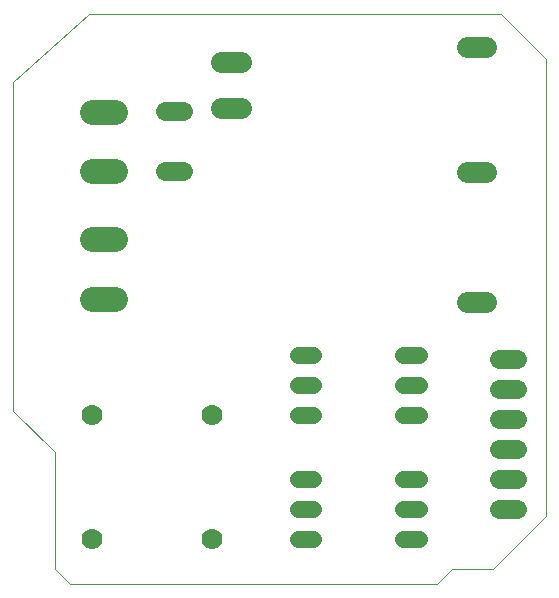
<source format=gts>
G75*
%MOIN*%
%OFA0B0*%
%FSLAX25Y25*%
%IPPOS*%
%LPD*%
%AMOC8*
5,1,8,0,0,1.08239X$1,22.5*
%
%ADD10C,0.00000*%
%ADD11C,0.08200*%
%ADD12C,0.06400*%
%ADD13C,0.06896*%
%ADD14C,0.05600*%
%ADD15C,0.07000*%
D10*
X0189911Y0200358D02*
X0176161Y0214108D01*
X0176161Y0323988D01*
X0201321Y0346608D01*
X0338661Y0346608D01*
X0353661Y0331608D01*
X0353661Y0179108D01*
X0336161Y0161608D01*
X0322411Y0161608D01*
X0317411Y0156608D01*
X0194911Y0156608D01*
X0189911Y0161608D01*
X0189911Y0200358D01*
D11*
X0202261Y0251628D02*
X0210061Y0251628D01*
X0210061Y0271428D02*
X0202261Y0271428D01*
X0202261Y0294088D02*
X0210061Y0294088D01*
X0210061Y0313888D02*
X0202261Y0313888D01*
D12*
X0226871Y0314028D02*
X0232871Y0314028D01*
X0232871Y0294028D02*
X0226871Y0294028D01*
X0338161Y0231608D02*
X0344161Y0231608D01*
X0344161Y0221608D02*
X0338161Y0221608D01*
X0338161Y0211608D02*
X0344161Y0211608D01*
X0344161Y0201608D02*
X0338161Y0201608D01*
X0338161Y0191608D02*
X0344161Y0191608D01*
X0344161Y0181608D02*
X0338161Y0181608D01*
D13*
X0333765Y0250594D02*
X0327269Y0250594D01*
X0327269Y0293861D02*
X0333765Y0293861D01*
X0333765Y0335594D02*
X0327269Y0335594D01*
X0252033Y0330515D02*
X0245537Y0330515D01*
X0245537Y0315160D02*
X0252033Y0315160D01*
D14*
X0270961Y0232858D02*
X0276161Y0232858D01*
X0276161Y0222858D02*
X0270961Y0222858D01*
X0270961Y0212858D02*
X0276161Y0212858D01*
X0276161Y0191608D02*
X0270961Y0191608D01*
X0270961Y0181608D02*
X0276161Y0181608D01*
X0276161Y0171608D02*
X0270961Y0171608D01*
X0306161Y0171608D02*
X0311361Y0171608D01*
X0311361Y0181608D02*
X0306161Y0181608D01*
X0306161Y0191608D02*
X0311361Y0191608D01*
X0311361Y0212858D02*
X0306161Y0212858D01*
X0306161Y0222858D02*
X0311361Y0222858D01*
X0311361Y0232858D02*
X0306161Y0232858D01*
D15*
X0242411Y0212858D03*
X0242411Y0171608D03*
X0202411Y0171608D03*
X0202411Y0212858D03*
M02*

</source>
